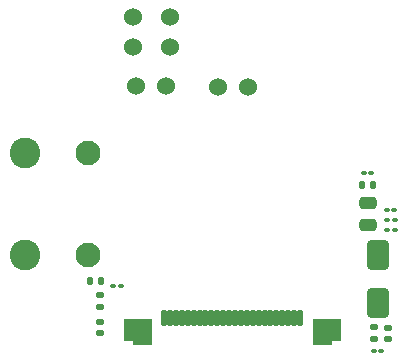
<source format=gbr>
%TF.GenerationSoftware,KiCad,Pcbnew,7.0.7*%
%TF.CreationDate,2024-10-30T15:59:06-07:00*%
%TF.ProjectId,SensingBoard_rev1.1,53656e73-696e-4674-926f-6172645f7265,rev?*%
%TF.SameCoordinates,Original*%
%TF.FileFunction,Soldermask,Bot*%
%TF.FilePolarity,Negative*%
%FSLAX46Y46*%
G04 Gerber Fmt 4.6, Leading zero omitted, Abs format (unit mm)*
G04 Created by KiCad (PCBNEW 7.0.7) date 2024-10-30 15:59:06*
%MOMM*%
%LPD*%
G01*
G04 APERTURE LIST*
G04 Aperture macros list*
%AMRoundRect*
0 Rectangle with rounded corners*
0 $1 Rounding radius*
0 $2 $3 $4 $5 $6 $7 $8 $9 X,Y pos of 4 corners*
0 Add a 4 corners polygon primitive as box body*
4,1,4,$2,$3,$4,$5,$6,$7,$8,$9,$2,$3,0*
0 Add four circle primitives for the rounded corners*
1,1,$1+$1,$2,$3*
1,1,$1+$1,$4,$5*
1,1,$1+$1,$6,$7*
1,1,$1+$1,$8,$9*
0 Add four rect primitives between the rounded corners*
20,1,$1+$1,$2,$3,$4,$5,0*
20,1,$1+$1,$4,$5,$6,$7,0*
20,1,$1+$1,$6,$7,$8,$9,0*
20,1,$1+$1,$8,$9,$2,$3,0*%
G04 Aperture macros list end*
%ADD10C,0.010000*%
%ADD11C,1.524000*%
%ADD12C,2.100000*%
%ADD13C,2.600000*%
%ADD14RoundRect,0.250000X-0.475000X0.250000X-0.475000X-0.250000X0.475000X-0.250000X0.475000X0.250000X0*%
%ADD15RoundRect,0.140000X0.170000X-0.140000X0.170000X0.140000X-0.170000X0.140000X-0.170000X-0.140000X0*%
%ADD16RoundRect,0.100000X0.130000X0.100000X-0.130000X0.100000X-0.130000X-0.100000X0.130000X-0.100000X0*%
%ADD17RoundRect,0.140000X0.140000X0.170000X-0.140000X0.170000X-0.140000X-0.170000X0.140000X-0.170000X0*%
%ADD18RoundRect,0.140000X-0.140000X-0.170000X0.140000X-0.170000X0.140000X0.170000X-0.140000X0.170000X0*%
%ADD19RoundRect,0.140000X-0.170000X0.140000X-0.170000X-0.140000X0.170000X-0.140000X0.170000X0.140000X0*%
%ADD20RoundRect,0.102000X0.150000X0.550000X-0.150000X0.550000X-0.150000X-0.550000X0.150000X-0.550000X0*%
%ADD21RoundRect,0.250000X0.650000X-1.000000X0.650000X1.000000X-0.650000X1.000000X-0.650000X-1.000000X0*%
G04 APERTURE END LIST*
%TO.C,J3*%
D10*
X139199200Y-74138400D02*
X138399200Y-74138400D01*
X138399200Y-74488400D01*
X136899200Y-74488400D01*
X136899200Y-72338400D01*
X139199200Y-72338400D01*
X139199200Y-74138400D01*
G36*
X139199200Y-74138400D02*
G01*
X138399200Y-74138400D01*
X138399200Y-74488400D01*
X136899200Y-74488400D01*
X136899200Y-72338400D01*
X139199200Y-72338400D01*
X139199200Y-74138400D01*
G37*
X123199200Y-74488400D02*
X121699200Y-74488400D01*
X121699200Y-74138400D01*
X120899200Y-74138400D01*
X120899200Y-72338400D01*
X123199200Y-72338400D01*
X123199200Y-74488400D01*
G36*
X123199200Y-74488400D02*
G01*
X121699200Y-74488400D01*
X121699200Y-74138400D01*
X120899200Y-74138400D01*
X120899200Y-72338400D01*
X123199200Y-72338400D01*
X123199200Y-74488400D01*
G37*
%TD*%
D11*
%TO.C,J6*%
X124764800Y-49377600D03*
X124764800Y-46837600D03*
%TD*%
%TO.C,J7*%
X121666000Y-46824900D03*
X121666000Y-49364900D03*
%TD*%
%TO.C,J9*%
X128879600Y-52730400D03*
X131419600Y-52730400D03*
%TD*%
D12*
%TO.C,J1*%
X117882000Y-58318400D03*
D13*
X112522000Y-58318400D03*
D12*
X117882000Y-66958400D03*
D13*
X112522000Y-66958400D03*
%TD*%
D11*
%TO.C,J5*%
X124460000Y-52679600D03*
X121920000Y-52679600D03*
%TD*%
D14*
%TO.C,FB1*%
X141579600Y-62514400D03*
X141579600Y-64414400D03*
%TD*%
D15*
%TO.C,C27*%
X118872000Y-73553200D03*
X118872000Y-72593200D03*
%TD*%
D16*
%TO.C,R27*%
X143789800Y-63144400D03*
X143149800Y-63144400D03*
%TD*%
D17*
%TO.C,C28*%
X118973600Y-69189600D03*
X118013600Y-69189600D03*
%TD*%
D16*
%TO.C,R25*%
X120625000Y-69596000D03*
X119985000Y-69596000D03*
%TD*%
%TO.C,R23*%
X143814800Y-64800400D03*
X143174800Y-64800400D03*
%TD*%
D18*
%TO.C,C1*%
X141020800Y-60990400D03*
X141980800Y-60990400D03*
%TD*%
D19*
%TO.C,C29*%
X118872000Y-70358000D03*
X118872000Y-71318000D03*
%TD*%
%TO.C,C2*%
X143256000Y-73106400D03*
X143256000Y-74066400D03*
%TD*%
%TO.C,C3*%
X142087600Y-73078400D03*
X142087600Y-74038400D03*
%TD*%
D20*
%TO.C,J3*%
X135799200Y-72288400D03*
X135299200Y-72288400D03*
X134799200Y-72288400D03*
X134299200Y-72288400D03*
X133799200Y-72288400D03*
X133299200Y-72288400D03*
X132799200Y-72288400D03*
X132299200Y-72288400D03*
X131799200Y-72288400D03*
X131299200Y-72288400D03*
X130799200Y-72288400D03*
X130299200Y-72288400D03*
X129799200Y-72288400D03*
X129299200Y-72288400D03*
X128799200Y-72288400D03*
X128299200Y-72288400D03*
X127799200Y-72288400D03*
X127299200Y-72288400D03*
X126799200Y-72288400D03*
X126299200Y-72288400D03*
X125799200Y-72288400D03*
X125299200Y-72288400D03*
X124799200Y-72288400D03*
X124299200Y-72288400D03*
%TD*%
D21*
%TO.C,D4*%
X142443200Y-70986400D03*
X142443200Y-66986400D03*
%TD*%
D16*
%TO.C,R22*%
X143814800Y-63957200D03*
X143174800Y-63957200D03*
%TD*%
%TO.C,R24*%
X141833600Y-59994800D03*
X141193600Y-59994800D03*
%TD*%
%TO.C,R28*%
X142672200Y-75082400D03*
X142032200Y-75082400D03*
%TD*%
M02*

</source>
